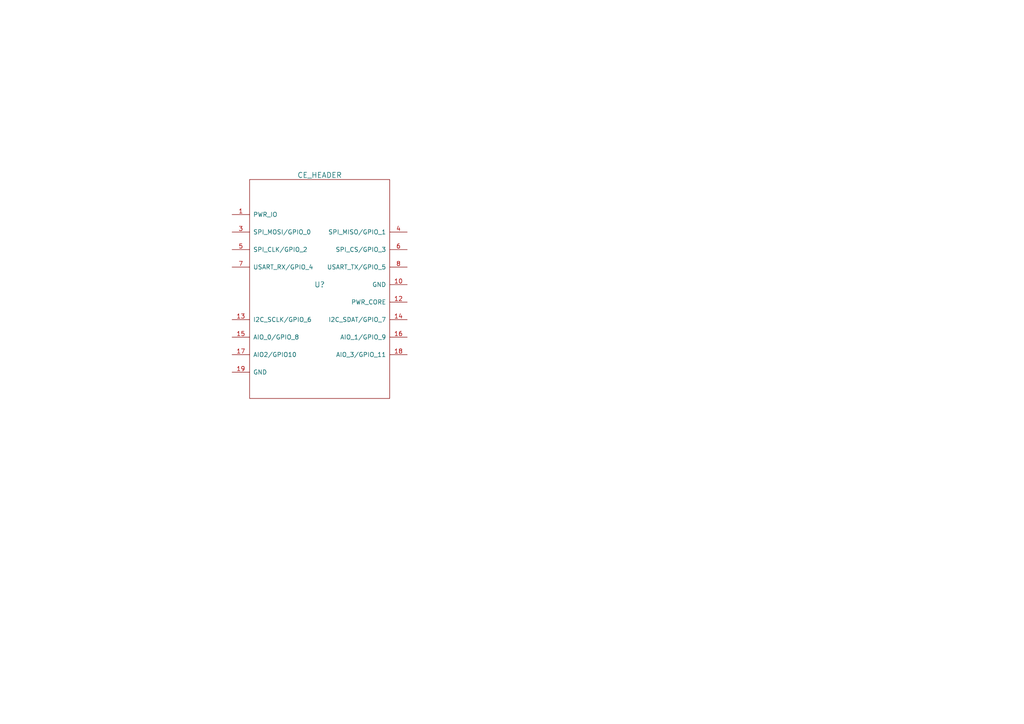
<source format=kicad_sch>
(kicad_sch (version 20230121) (generator eeschema)
  (paper "A4")
  (lib_symbols
    (symbol "ce_header:CE_HEADER" (pin_names (offset 1.016))
      (property "Reference" "U" (at 0 0 0))
      (property "Value" "CE_HEADER" (at 0 31.75 0))
      (symbol "CE_HEADER_0_1"
        (rectangle (start -20.32 30.48) (end 20.32 -33.02))
      )
      (symbol "CE_HEADER_1_1"
        (pin input line (at -25.4 20.32 0) (length 5.08) (name "PWR_IO") (number "1"))
        (pin input line (at 25.4 0 180) (length 5.08) (name "GND") (number "10"))
        (pin input line (at 25.4 -5.08 180) (length 5.08) (name "PWR_CORE") (number "12"))
        (pin input line (at -25.4 -10.16 0) (length 5.08) (name "I2C_SCLK/GPIO_6") (number "13"))
        (pin input line (at 25.4 -10.16 180) (length 5.08) (name "I2C_SDAT/GPIO_7") (number "14"))
        (pin input line (at -25.4 -15.24 0) (length 5.08) (name "AIO_0/GPIO_8") (number "15"))
        (pin input line (at 25.4 -15.24 180) (length 5.08) (name "AIO_1/GPIO_9") (number "16"))
        (pin input line (at -25.4 -20.32 0) (length 5.08) (name "AIO2/GPIO10") (number "17"))
        (pin input line (at 25.4 -20.32 180) (length 5.08) (name "AIO_3/GPIO_11") (number "18"))
        (pin input line (at -25.4 -25.4 0) (length 5.08) (name "GND") (number "19"))
        (pin input line (at -25.4 15.24 0) (length 5.08) (name "SPI_MOSI/GPIO_0") (number "3"))
        (pin input line (at 25.4 15.24 180) (length 5.08) (name "SPI_MISO/GPIO_1") (number "4"))
        (pin input line (at -25.4 10.16 0) (length 5.08) (name "SPI_CLK/GPIO_2") (number "5"))
        (pin input line (at 25.4 10.16 180) (length 5.08) (name "SPI_CS/GPIO_3") (number "6"))
        (pin input line (at -25.4 5.08 0) (length 5.08) (name "USART_RX/GPIO_4") (number "7"))
        (pin input line (at 25.4 5.08 180) (length 5.08) (name "USART_TX/GPIO_5") (number "8"))
      )
    )
  )
  (symbol (lib_id "ce_header:CE_HEADER") (at 92.71 82.55 0) (unit 1)
    (property "Reference" "U?" (at 92.71 82.55 0) (effects (font (size 1.524 1.524))))
    (property "Value" "CE_HEADER" (at 92.71 50.8 0) (effects (font (size 1.524 1.524))))
  )
)
</source>
